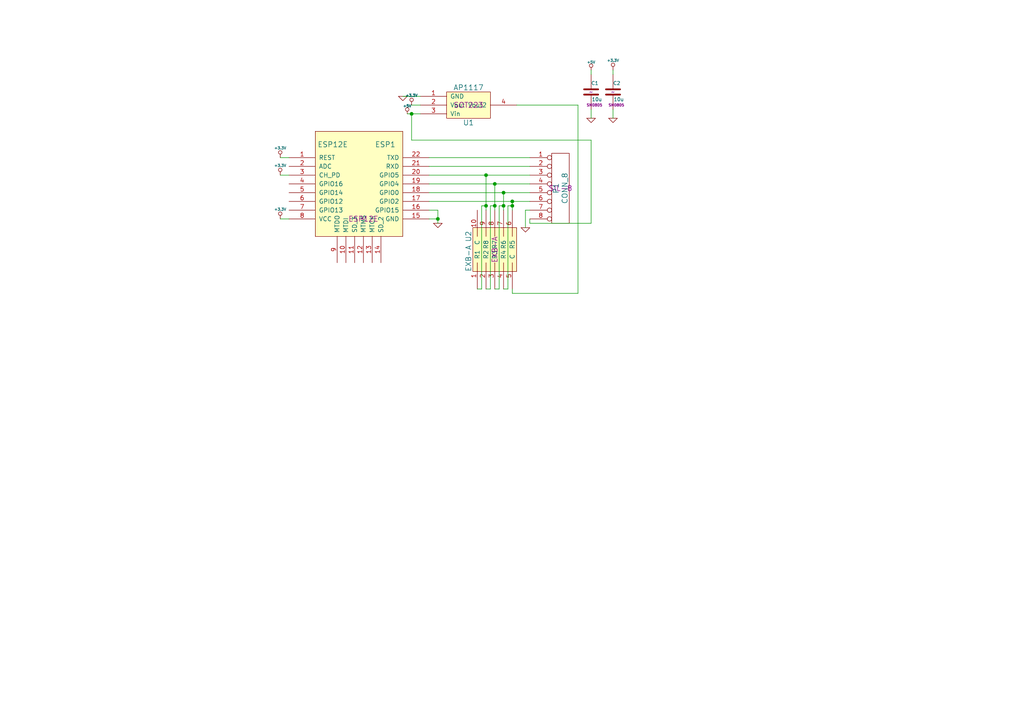
<source format=kicad_sch>
(kicad_sch (version 20230121) (generator eeschema)
  (paper "A4")
  (title_block (title "noname.sch") (date "10 oct 2015"))
  (lib_symbols
    (symbol "esp12e-generics-rescue:+3.3V" (power) (pin_names (offset 0))
      (property "Value" "+3.3V" (at 0 2.794 0))
      (symbol "+3.3V_0_0"
        (pin power_in line (at 0 0 90) (length 0) hide (name "+3.3V") (number "1"))
      )
      (symbol "+3.3V_0_1"
        (polyline (pts (xy 0 0) (xy 0 1.016) (xy 0 1.016)))
        (circle (center 0 1.524) (radius 0.508))
      )
    )
    (symbol "esp12e-generics-rescue:+5V" (power) (pin_names (offset 1.016))
      (property "Value" "+5V" (at 0 2.286 0))
      (symbol "+5V_0_0"
        (pin power_in line (at 0 0 90) (length 0) hide (name "+5V") (number "1"))
      )
      (symbol "+5V_0_1"
        (polyline (pts (xy 0 0) (xy 0 0.762) (xy 0 0.762) (xy 0 0.762)))
        (circle (center 0 1.27) (radius 0.508))
      )
    )
    (symbol "esp12e-generics-rescue:AP1117" (pin_names (offset 1.016))
      (property "Reference" "U" (at 0 5.08 0))
      (property "Value" "AP1117" (at 0 -5.08 0))
      (symbol "AP1117_0_1"
        (rectangle (start -6.35 3.81) (end 6.35 -3.81) (fill (type background)))
      )
      (symbol "AP1117_1_1"
        (pin bidirectional line (at 13.97 -2.54 180) (length 7.62) (name "GND") (number "1"))
        (pin bidirectional line (at 13.97 0 180) (length 7.62) (name "Vout") (number "2"))
        (pin bidirectional line (at 13.97 2.54 180) (length 7.62) (name "Vin") (number "3"))
        (pin bidirectional line (at -13.97 0 0) (length 7.62) (name "Vout2") (number "4"))
      )
    )
    (symbol "esp12e-generics-rescue:C" (pin_numbers hide) (pin_names (offset 0.254))
      (property "Reference" "C" (at 0 2.54 0))
      (property "Value" "C" (at 0.1524 -2.159 0))
      (symbol "C_0_1"
        (polyline (pts (xy -2.032 -0.762) (xy 2.032 -0.762)) (stroke (width 0.508)))
        (polyline (pts (xy -2.032 0.762) (xy 2.032 0.762)) (stroke (width 0.508)))
      )
      (symbol "C_1_1"
        (pin passive line (at 0 5.08 270) (length 4.318) (name "~") (number "1"))
        (pin passive line (at 0 -5.08 90) (length 4.318) (name "~") (number "2"))
      )
    )
    (symbol "esp12e-generics-rescue:CONN_8" (pin_names (offset 1.016) hide)
      (property "Reference" "P" (at -1.27 0 90))
      (property "Value" "CONN_8" (at 1.27 0 90))
      (symbol "CONN_8_0_1"
        (rectangle (start -2.54 10.16) (end 2.54 -10.16))
      )
      (symbol "CONN_8_1_1"
        (pin passive inverted (at -8.89 8.89 0) (length 6.35) (name "P1") (number "1"))
        (pin passive inverted (at -8.89 6.35 0) (length 6.35) (name "P2") (number "2"))
        (pin passive inverted (at -8.89 3.81 0) (length 6.35) (name "P3") (number "3"))
        (pin passive inverted (at -8.89 1.27 0) (length 6.35) (name "P4") (number "4"))
        (pin passive inverted (at -8.89 -1.27 0) (length 6.35) (name "P5") (number "5"))
        (pin passive inverted (at -8.89 -3.81 0) (length 6.35) (name "P6") (number "6"))
        (pin passive inverted (at -8.89 -6.35 0) (length 6.35) (name "P7") (number "7"))
        (pin passive inverted (at -8.89 -8.89 0) (length 6.35) (name "P8") (number "8"))
      )
    )
    (symbol "esp12e-generics-rescue:ESP12E" (pin_names (offset 1.016))
      (property "Reference" "ESP" (at 7.62 15.24 0))
      (property "Value" "ESP12E" (at -7.62 15.24 0))
      (symbol "ESP12E_0_1"
        (rectangle (start -12.7 19.05) (end 12.7 -11.43) (fill (type background)))
      )
      (symbol "ESP12E_1_1"
        (pin input line (at -20.32 11.43 0) (length 7.62) (name "REST") (number "1"))
        (pin input line (at -3.81 -19.05 90) (length 7.62) (name "MTDI") (number "10"))
        (pin input line (at -1.27 -19.05 90) (length 7.62) (name "SD_3") (number "11"))
        (pin input line (at 1.27 -19.05 90) (length 7.62) (name "MTMS") (number "12"))
        (pin input line (at 3.81 -19.05 90) (length 7.62) (name "MTCK") (number "13"))
        (pin input line (at 6.35 -19.05 90) (length 7.62) (name "SD_2") (number "14"))
        (pin input line (at 20.32 -6.35 180) (length 7.62) (name "GND") (number "15"))
        (pin input line (at 20.32 -3.81 180) (length 7.62) (name "GPIO15") (number "16"))
        (pin input line (at 20.32 -1.27 180) (length 7.62) (name "GPIO2") (number "17"))
        (pin input line (at 20.32 1.27 180) (length 7.62) (name "GPIO0") (number "18"))
        (pin input line (at 20.32 3.81 180) (length 7.62) (name "GPIO4") (number "19"))
        (pin input line (at -20.32 8.89 0) (length 7.62) (name "ADC") (number "2"))
        (pin input line (at 20.32 6.35 180) (length 7.62) (name "GPIO5") (number "20"))
        (pin input line (at 20.32 8.89 180) (length 7.62) (name "RXD") (number "21"))
        (pin input line (at 20.32 11.43 180) (length 7.62) (name "TXD") (number "22"))
        (pin input line (at -20.32 6.35 0) (length 7.62) (name "CH_PD") (number "3"))
        (pin input line (at -20.32 3.81 0) (length 7.62) (name "GPIO16") (number "4"))
        (pin input line (at -20.32 1.27 0) (length 7.62) (name "GPIO14") (number "5"))
        (pin input line (at -20.32 -1.27 0) (length 7.62) (name "GPIO12") (number "6"))
        (pin input line (at -20.32 -3.81 0) (length 7.62) (name "GPIO13") (number "7"))
        (pin input line (at -20.32 -6.35 0) (length 7.62) (name "VCC") (number "8"))
        (pin input line (at -6.35 -19.05 90) (length 7.62) (name "MTDO") (number "9"))
      )
    )
    (symbol "esp12e-generics-rescue:EXB-A" (pin_names (offset 1.016))
      (property "Reference" "U" (at 3.81 7.62 0))
      (property "Value" "EXB-A" (at -2.54 7.62 0))
      (symbol "EXB-A_0_1"
        (rectangle (start -6.35 6.35) (end 6.35 -6.35) (fill (type background)))
      )
      (symbol "EXB-A_1_1"
        (pin bidirectional line (at -11.43 5.08 0) (length 7.62) (name "R1") (number "1"))
        (pin bidirectional line (at 11.43 5.08 180) (length 7.62) (name "C") (number "10"))
        (pin bidirectional line (at -11.43 2.54 0) (length 7.62) (name "R2") (number "2"))
        (pin bidirectional line (at -11.43 0 0) (length 7.62) (name "R3") (number "3"))
        (pin bidirectional line (at -11.43 -2.54 0) (length 7.62) (name "R4") (number "4"))
        (pin bidirectional line (at -11.43 -5.08 0) (length 7.62) (name "C") (number "5"))
        (pin bidirectional line (at 11.43 -5.08 180) (length 7.62) (name "R5") (number "6"))
        (pin bidirectional line (at 11.43 -2.54 180) (length 7.62) (name "R6") (number "7"))
        (pin bidirectional line (at 11.43 0 180) (length 7.62) (name "R7") (number "8"))
        (pin bidirectional line (at 11.43 2.54 180) (length 7.62) (name "R8") (number "9"))
      )
    )
    (symbol "esp12e-generics-rescue:GND" (power) (pin_names (offset 0))
      (symbol "GND_0_1"
        (polyline (pts (xy -1.27 0) (xy 0 -1.27) (xy 1.27 0) (xy -1.27 0)))
      )
      (symbol "GND_1_1"
        (pin power_in line (at 0 0 90) (length 0) hide (name "GND") (number "1"))
      )
    )
  )
  (junction (at 119.38 33.02))
  (junction (at 140.97 59.69))
  (junction (at 148.59 58.42))
  (junction (at 143.51 59.69))
  (junction (at 148.59 59.69))
  (junction (at 146.05 55.88))
  (junction (at 127 63.5))
  (junction (at 140.97 50.8))
  (junction (at 143.51 53.34))
  (junction (at 146.05 59.69))
  (wire (pts (xy 81.28 50.8) (xy 83.82 50.8)))
  (wire (pts (xy 143.51 59.69) (xy 142.24 59.69)))
  (wire (pts (xy 143.51 59.69) (xy 143.51 60.96)))
  (wire (pts (xy 142.24 59.69) (xy 142.24 83.82)))
  (wire (pts (xy 167.64 85.09) (xy 167.64 30.48)))
  (wire (pts (xy 127 63.5) (xy 124.46 63.5)))
  (wire (pts (xy 153.67 64.77) (xy 153.67 63.5)))
  (wire (pts (xy 147.32 59.69) (xy 147.32 83.82)))
  (wire (pts (xy 118.11 33.02) (xy 119.38 33.02)))
  (wire (pts (xy 81.28 45.72) (xy 83.82 45.72)))
  (wire (pts (xy 116.84 27.94) (xy 121.92 27.94)))
  (wire (pts (xy 148.59 58.42) (xy 148.59 59.69)))
  (wire (pts (xy 152.4 66.04) (xy 152.4 60.96)))
  (wire (pts (xy 148.59 59.69) (xy 147.32 59.69)))
  (wire (pts (xy 140.97 59.69) (xy 140.97 60.96)))
  (wire (pts (xy 119.38 33.02) (xy 119.38 40.64)))
  (wire (pts (xy 119.38 40.64) (xy 171.45 40.64)))
  (wire (pts (xy 148.59 85.09) (xy 148.59 83.82)))
  (wire (pts (xy 144.78 59.69) (xy 144.78 83.82)))
  (wire (pts (xy 139.7 59.69) (xy 140.97 59.69)))
  (wire (pts (xy 148.59 85.09) (xy 167.64 85.09)))
  (wire (pts (xy 124.46 53.34) (xy 143.51 53.34)))
  (wire (pts (xy 149.86 30.48) (xy 167.64 30.48)))
  (wire (pts (xy 153.67 45.72) (xy 124.46 45.72)))
  (wire (pts (xy 81.28 63.5) (xy 83.82 63.5)))
  (wire (pts (xy 124.46 48.26) (xy 153.67 48.26)))
  (wire (pts (xy 177.8 20.32) (xy 177.8 21.59)))
  (wire (pts (xy 171.45 64.77) (xy 153.67 64.77)))
  (wire (pts (xy 171.45 20.32) (xy 171.45 21.59)))
  (wire (pts (xy 127 60.96) (xy 127 63.5)))
  (wire (pts (xy 140.97 50.8) (xy 140.97 59.69)))
  (wire (pts (xy 146.05 59.69) (xy 144.78 59.69)))
  (wire (pts (xy 139.7 83.82) (xy 139.7 59.69)))
  (wire (pts (xy 119.38 30.48) (xy 121.92 30.48)))
  (wire (pts (xy 119.38 33.02) (xy 121.92 33.02)))
  (wire (pts (xy 146.05 55.88) (xy 146.05 59.69)))
  (wire (pts (xy 124.46 55.88) (xy 146.05 55.88)))
  (wire (pts (xy 148.59 59.69) (xy 148.59 60.96)))
  (wire (pts (xy 146.05 55.88) (xy 153.67 55.88)))
  (wire (pts (xy 177.8 34.29) (xy 177.8 31.75)))
  (wire (pts (xy 124.46 50.8) (xy 140.97 50.8)))
  (wire (pts (xy 127 63.5) (xy 127 64.77)))
  (wire (pts (xy 171.45 34.29) (xy 171.45 31.75)))
  (wire (pts (xy 146.05 59.69) (xy 146.05 60.96)))
  (wire (pts (xy 140.97 50.8) (xy 153.67 50.8)))
  (wire (pts (xy 148.59 58.42) (xy 153.67 58.42)))
  (wire (pts (xy 142.24 83.82) (xy 140.97 83.82)))
  (wire (pts (xy 143.51 53.34) (xy 143.51 59.69)))
  (wire (pts (xy 152.4 60.96) (xy 153.67 60.96)))
  (wire (pts (xy 143.51 53.34) (xy 153.67 53.34)))
  (wire (pts (xy 124.46 60.96) (xy 127 60.96)))
  (wire (pts (xy 124.46 58.42) (xy 148.59 58.42)))
  (wire (pts (xy 147.32 83.82) (xy 146.05 83.82)))
  (wire (pts (xy 171.45 40.64) (xy 171.45 64.77)))
  (wire (pts (xy 144.78 83.82) (xy 143.51 83.82)))
  (wire (pts (xy 138.43 83.82) (xy 139.7 83.82)))
  (symbol (lib_id "esp12e-generics-rescue:ESP12E") (at 104.14 57.15 0) (unit 1)
    (property "Reference" "ESP1" (at 111.76 41.91 0) (effects (font (size 1.524 1.524))))
    (property "Value" "ESP12E" (at 96.52 41.91 0) (effects (font (size 1.524 1.524))))
    (property "Footprint" "ESP12E" (at 105.41 63.5 0) (effects (font (size 1.524 1.524))))
    (property "Datasheet" "~" (at 105.41 63.5 0) (effects (font (size 1.524 1.524))))
  )
  (symbol (lib_id "esp12e-generics-rescue:AP1117") (at 135.89 30.48 180) (unit 1)
    (property "Reference" "U1" (at 135.89 35.56 0) (effects (font (size 1.524 1.524))))
    (property "Value" "AP1117" (at 135.89 25.4 0) (effects (font (size 1.524 1.524))))
    (property "Footprint" "SOT223" (at 135.89 30.48 0) (effects (font (size 1.524 1.524))))
  )
  (symbol (lib_id "esp12e-generics-rescue:+3.3V") (at 81.28 63.5 0) (unit 1)
    (property "Reference" "#PWR01" (effects hide))
    (property "Value" "+3.3V" (at 81.28 60.706 0) (effects (font (size 0.762 0.762))))
  )
  (symbol (lib_id "esp12e-generics-rescue:+3.3V") (at 119.38 30.48 0) (unit 1)
    (property "Reference" "#PWR02" (effects hide))
    (property "Value" "+3.3V" (at 119.38 27.686 0) (effects (font (size 0.762 0.762))))
  )
  (symbol (lib_id "esp12e-generics-rescue:+5V") (at 118.11 33.02 0) (unit 1)
    (property "Reference" "#PWR03" (effects hide))
    (property "Value" "+5V" (at 118.11 30.734 0) (effects (font (size 0.762 0.762))))
  )
  (symbol (lib_id "esp12e-generics-rescue:GND") (at 116.84 27.94 0) (unit 1)
    (property "Reference" "#PWR04" (effects hide))
    (property "Value" "GND" (effects hide))
  )
  (symbol (lib_id "esp12e-generics-rescue:GND") (at 127 64.77 0) (unit 1)
    (property "Reference" "#PWR05" (effects hide))
    (property "Value" "GND" (effects hide))
  )
  (symbol (lib_id "esp12e-generics-rescue:+3.3V") (at 81.28 50.8 0) (unit 1)
    (property "Reference" "#PWR06" (effects hide))
    (property "Value" "+3.3V" (at 81.28 48.006 0) (effects (font (size 0.762 0.762))))
  )
  (symbol (lib_id "esp12e-generics-rescue:+3.3V") (at 81.28 45.72 0) (unit 1)
    (property "Reference" "#PWR07" (effects hide))
    (property "Value" "+3.3V" (at 81.28 42.926 0) (effects (font (size 0.762 0.762))))
  )
  (symbol (lib_id "esp12e-generics-rescue:GND") (at 152.4 66.04 0) (unit 1)
    (property "Reference" "#PWR08" (effects hide))
    (property "Value" "GND" (effects hide))
  )
  (symbol (lib_id "esp12e-generics-rescue:CONN_8") (at 162.56 54.61 0) (unit 1)
    (property "Reference" "P1" (at 161.29 54.61 90) (effects (font (size 1.524 1.524))))
    (property "Value" "CONN_8" (at 163.83 54.61 90) (effects (font (size 1.524 1.524))))
    (property "Footprint" "SIL-8" (at 162.56 54.61 0) (effects (font (size 1.524 1.524))))
  )
  (symbol (lib_id "esp12e-generics-rescue:EXB-A") (at 143.51 72.39 90) (unit 1)
    (property "Reference" "U2" (at 135.89 68.58 0) (effects (font (size 1.524 1.524))))
    (property "Value" "EXB-A" (at 135.89 74.93 0) (effects (font (size 1.524 1.524))))
    (property "Footprint" "EXB-A" (at 143.51 72.39 0) (effects (font (size 1.524 1.524))))
  )
  (symbol (lib_id "esp12e-generics-rescue:C") (at 171.45 26.67 0) (unit 1)
    (property "Reference" "C1" (at 171.45 24.13 0) (effects (font (size 1.016 1.016)) (justify left)))
    (property "Value" "10u" (at 171.6024 28.829 0) (effects (font (size 1.016 1.016)) (justify left)))
    (property "Footprint" "SM0805" (at 172.4152 30.48 0) (effects (font (size 0.762 0.762))))
    (property "Datasheet" "~" (at 171.45 26.67 0) (effects (font (size 1.524 1.524))))
  )
  (symbol (lib_id "esp12e-generics-rescue:C") (at 177.8 26.67 0) (unit 1)
    (property "Reference" "C2" (at 177.8 24.13 0) (effects (font (size 1.016 1.016)) (justify left)))
    (property "Value" "10u" (at 177.9524 28.829 0) (effects (font (size 1.016 1.016)) (justify left)))
    (property "Footprint" "SM0805" (at 178.7652 30.48 0) (effects (font (size 0.762 0.762))))
    (property "Datasheet" "~" (at 177.8 26.67 0) (effects (font (size 1.524 1.524))))
  )
  (symbol (lib_id "esp12e-generics-rescue:+3.3V") (at 177.8 20.32 0) (unit 1)
    (property "Reference" "#PWR09" (effects hide))
    (property "Value" "+3.3V" (at 177.8 17.526 0) (effects (font (size 0.762 0.762))))
  )
  (symbol (lib_id "esp12e-generics-rescue:+5V") (at 171.45 20.32 0) (unit 1)
    (property "Reference" "#PWR010" (effects hide))
    (property "Value" "+5V" (at 171.45 18.034 0) (effects (font (size 0.762 0.762))))
  )
  (symbol (lib_id "esp12e-generics-rescue:GND") (at 171.45 34.29 0) (unit 1)
    (property "Reference" "#PWR011" (effects hide))
    (property "Value" "GND" (effects hide))
  )
  (symbol (lib_id "esp12e-generics-rescue:GND") (at 177.8 34.29 0) (unit 1)
    (property "Reference" "#PWR012" (effects hide))
    (property "Value" "GND" (effects hide))
  )
)
</source>
